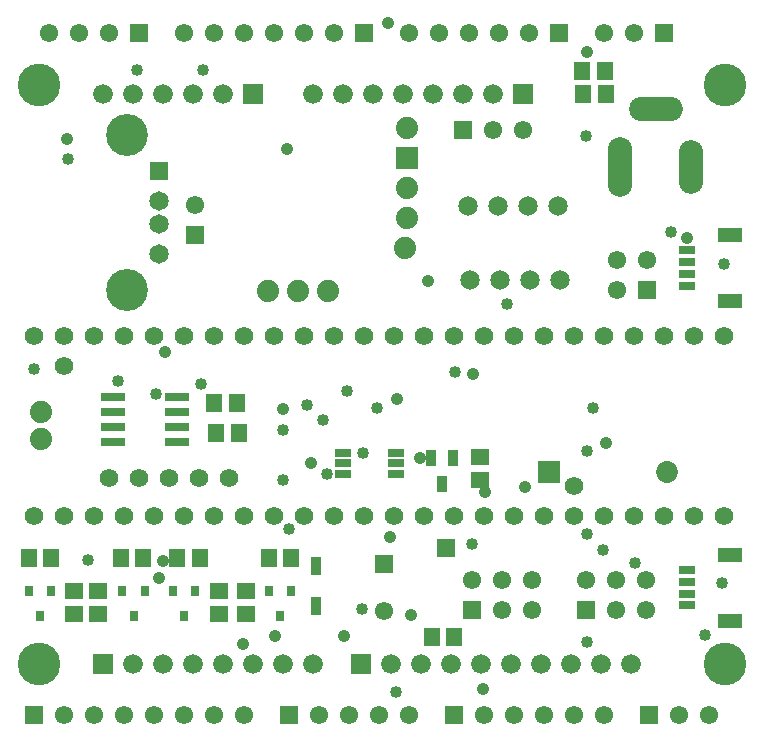
<source format=gts>
G04 DipTrace 3.3.1.3*
G04 T4LSSArduinoShield.gts*
%MOIN*%
G04 #@! TF.FileFunction,Soldermask,Top*
G04 #@! TF.Part,Single*
%ADD15C,0.04*%
%ADD27C,0.074*%
%ADD28R,0.074X0.074*%
%ADD47C,0.065199*%
%ADD48R,0.031496X0.035433*%
%ADD53C,0.06194*%
%ADD54C,0.074*%
%ADD66C,0.142*%
%ADD68C,0.042*%
%ADD74R,0.08074X0.025622*%
%ADD78R,0.061055X0.053181*%
%ADD80R,0.035465X0.053181*%
%ADD86R,0.05515X0.025622*%
%ADD88R,0.08074X0.049244*%
%ADD90R,0.052X0.027*%
%ADD92R,0.072866X0.072866*%
%ADD94C,0.072866*%
%ADD96O,0.179165X0.08074*%
%ADD98O,0.08074X0.179165*%
%ADD100O,0.08074X0.19885*%
%ADD102C,0.06578*%
%ADD104R,0.06578X0.06578*%
%ADD106C,0.139795*%
%ADD108C,0.064992*%
%ADD110R,0.064992X0.064992*%
%ADD112R,0.033496X0.064992*%
%ADD114C,0.061055*%
%ADD116R,0.061055X0.061055*%
%ADD118R,0.053181X0.061055*%
%FSLAX26Y26*%
G04*
G70*
G90*
G75*
G01*
G04 TopMask*
%LPD*%
D68*
X931700Y1728700D3*
X1525700Y781700D3*
X1295700D3*
X1206700Y931102D3*
X1806700Y1966700D3*
X1702700Y1571700D3*
X911700Y976700D3*
X1751700Y851700D3*
X2129700Y1279700D3*
X1957700Y1654700D3*
X1190700Y754700D3*
X1991700Y605700D3*
X1323700Y1537700D3*
X2669700Y2108700D3*
X2398700Y1426700D3*
X1672700Y2824700D3*
X2335700Y2728700D3*
X604700Y2440700D3*
X1337700Y2405700D3*
X1780165Y1376700D3*
X1680700Y1113700D3*
X1416700Y1358700D3*
X924700Y1033700D3*
X1997700Y1262700D3*
D66*
X2795275Y688976D3*
X511810D3*
Y2618109D3*
X2795275D3*
D15*
X835228Y2668869D3*
X1056834D3*
X1897700Y1661700D3*
X2391700Y1068700D3*
X1952700Y1089700D3*
X2333700Y2447700D3*
X774700Y1632700D3*
X493700Y1671188D3*
X674700Y1035700D3*
X898700Y1587700D3*
X2336700Y761700D3*
Y1121700D3*
X2068700Y1890700D3*
X1343700Y1137700D3*
X2336700Y1399700D3*
X1586700Y872700D3*
X1700700Y596700D3*
X1456700Y1501700D3*
X1402700Y1553700D3*
X2357700Y1542700D3*
X2617700Y2128700D3*
X1536700Y1600700D3*
X605700Y2373700D3*
X1468672Y1323700D3*
X1591700Y1393700D3*
X1636672Y1542523D3*
X1050672Y1622511D3*
X2793700Y2023767D3*
X1323700Y1468700D3*
X1323456Y1303747D3*
X2495700Y1026700D3*
X2729700Y786700D3*
X2785590Y960665D3*
D27*
X1736700Y2474700D3*
D28*
Y2374700D3*
D27*
Y2274700D3*
Y2174700D3*
X1731700Y2074700D3*
D118*
X1168700Y1557700D3*
X1093897D3*
X1819897Y777700D3*
X1894700D3*
X1175700Y1457700D3*
X1100897D3*
D116*
X1593700Y2793700D3*
D114*
X1493700D3*
X1393700D3*
X1293700D3*
X1193700D3*
X1093700D3*
X993700D3*
D116*
X843700D3*
D114*
X743700D3*
X643700D3*
X543700D3*
D116*
X493700Y518700D3*
D114*
X593700D3*
X693700D3*
X793700D3*
X893700D3*
X993700D3*
X1093700D3*
X1193700D3*
D116*
X1343700D3*
D114*
X1443700D3*
X1543700D3*
X1643700D3*
X1743700D3*
D112*
X1432700Y881771D3*
Y1015629D3*
D116*
X1922830Y2468700D3*
D114*
X2022830D3*
X2122830D3*
D110*
X911747Y2331495D3*
D108*
Y2233070D3*
Y2154330D3*
Y2055905D3*
D106*
X805054Y2452361D3*
Y1935039D3*
D104*
X1222834Y2588976D3*
D102*
X1122834D3*
X1022834D3*
X922834D3*
X822834D3*
X722834D3*
D104*
X2122834D3*
D102*
X2022834D3*
X1922834D3*
X1822834D3*
X1722834D3*
X1622834D3*
X1522834D3*
X1422834D3*
D104*
X722834Y688976D3*
D102*
X822834D3*
X922834D3*
X1022834D3*
X1122834D3*
X1222834D3*
X1322834D3*
X1422834D3*
D104*
X1582834D3*
D102*
X1682834D3*
X1782834D3*
X1882834D3*
X1982834D3*
X2082834D3*
X2182834D3*
X2282834D3*
X2382834D3*
X2482834D3*
D100*
X2447700Y2346700D3*
D98*
X2683920D3*
D96*
X2565810Y2539613D3*
D94*
X2603700Y1327700D3*
D92*
X2210787D3*
D116*
X1893700Y518700D3*
D114*
X1993700D3*
X2093700D3*
X2193700D3*
X2293700D3*
X2393700D3*
D116*
X2543700D3*
D114*
X2643700D3*
X2743700D3*
D116*
X2593700Y2793700D3*
D114*
X2493700D3*
X2393700D3*
D116*
X2243700D3*
D114*
X2143700D3*
X2043700D3*
X1943700D3*
X1843700D3*
X1743700D3*
D90*
X1522700Y1323700D3*
Y1358700D3*
Y1393700D3*
X1700700Y1323700D3*
Y1358700D3*
Y1393700D3*
D88*
X2813385Y1898464D3*
Y2118936D3*
D86*
X2668700Y1949645D3*
Y1989015D3*
Y2028385D3*
Y2067755D3*
D88*
X2813385Y833464D3*
Y1053936D3*
D86*
X2668700Y884645D3*
Y924015D3*
Y963385D3*
Y1002755D3*
D116*
X1867700Y1075700D3*
X1031700Y2118700D3*
D114*
Y2218700D3*
D116*
X2333700Y868700D3*
D114*
Y968700D3*
X2433700Y868700D3*
Y968700D3*
X2533700Y868700D3*
Y968700D3*
D116*
X1953700Y868700D3*
D114*
Y968700D3*
X2053700Y868700D3*
Y968700D3*
X2153700Y868700D3*
Y968700D3*
D116*
X2535700Y1935700D3*
D114*
X2435700D3*
X2535700Y2035700D3*
X2435700D3*
D116*
X1658700Y1022440D3*
D114*
Y864960D3*
D47*
X2239700Y2214700D3*
X2139700D3*
X2039700D3*
X1939700D3*
X2247700Y1967700D3*
X2147700D3*
X2047700D3*
X1947700D3*
D27*
X1272700Y1931700D3*
X1372700D3*
X1472700D3*
D48*
X1031700Y933070D3*
X956897D3*
X994298Y850393D3*
X551102Y933070D3*
X476298D3*
X513700Y850393D3*
X862700Y933070D3*
X787897D3*
X825298Y850393D3*
X1351700Y933070D3*
X1276897D3*
X1314298Y850393D3*
D80*
X1891700Y1376700D3*
X1816897D3*
X1854298Y1290086D3*
D118*
X2399700Y2587700D3*
X2324897D3*
X2320700Y2665700D3*
X2395503D3*
X1351700Y1042700D3*
X1276897D3*
X970897Y1043700D3*
X1045700D3*
D78*
X1109700Y856298D3*
Y931102D3*
X1198700Y856298D3*
Y931102D3*
X1981700Y1378700D3*
Y1303897D3*
D118*
X857700Y1043700D3*
X782897D3*
X476298D3*
X551102D3*
D78*
X627700Y856298D3*
Y931102D3*
X706700Y856298D3*
Y931102D3*
D74*
X968700Y1430700D3*
Y1480700D3*
Y1530700D3*
Y1580700D3*
X756102D3*
Y1530700D3*
Y1480700D3*
Y1430700D3*
D53*
X493700Y1183700D3*
X593700D3*
X693700D3*
X793700D3*
X893700D3*
X993700D3*
X1093700D3*
X1193700D3*
X1293700D3*
X1393700D3*
X1493700D3*
X1593700D3*
X1693700D3*
X1793700D3*
X2293700Y1283700D3*
X593700Y1683700D3*
D54*
X515700Y1528700D3*
Y1438700D3*
D53*
X2093700Y1783700D3*
X1793700D3*
X1693700D3*
X1593700D3*
X1493700D3*
X1393700D3*
X1293700D3*
X1193700D3*
X1093700D3*
X993700D3*
X893700D3*
X793700D3*
X693700D3*
X593700D3*
X493700D3*
X743700Y1308700D3*
X843700D3*
X943700D3*
X2393700Y1183700D3*
X2493700D3*
X2293700D3*
X2193700D3*
X2093700D3*
X1993700D3*
X2593700D3*
X2693700D3*
X2793700D3*
Y1783700D3*
X1893700Y1183700D3*
X2693700Y1783700D3*
X1893700D3*
X2593700D3*
X2393700D3*
X2293700D3*
X2193700D3*
X2493700D3*
X1993700D3*
X1043700Y1308700D3*
X1143700D3*
M02*

</source>
